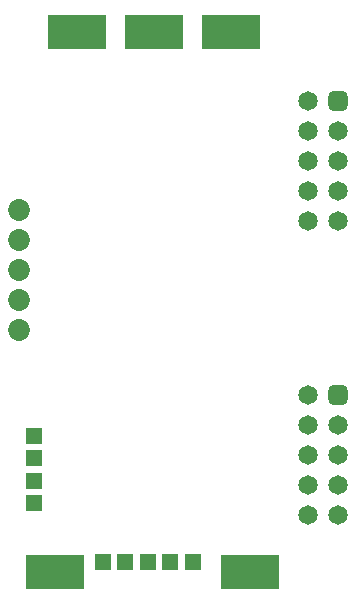
<source format=gts>
%TF.GenerationSoftware,KiCad,Pcbnew,8.0.6*%
%TF.CreationDate,2024-10-27T21:52:18+01:00*%
%TF.ProjectId,Motor_Driver_carrier_board,4d6f746f-725f-4447-9269-7665725f6361,rev?*%
%TF.SameCoordinates,Original*%
%TF.FileFunction,Soldermask,Top*%
%TF.FilePolarity,Negative*%
%FSLAX46Y46*%
G04 Gerber Fmt 4.6, Leading zero omitted, Abs format (unit mm)*
G04 Created by KiCad (PCBNEW 8.0.6) date 2024-10-27 21:52:18*
%MOMM*%
%LPD*%
G01*
G04 APERTURE LIST*
G04 Aperture macros list*
%AMRoundRect*
0 Rectangle with rounded corners*
0 $1 Rounding radius*
0 $2 $3 $4 $5 $6 $7 $8 $9 X,Y pos of 4 corners*
0 Add a 4 corners polygon primitive as box body*
4,1,4,$2,$3,$4,$5,$6,$7,$8,$9,$2,$3,0*
0 Add four circle primitives for the rounded corners*
1,1,$1+$1,$2,$3*
1,1,$1+$1,$4,$5*
1,1,$1+$1,$6,$7*
1,1,$1+$1,$8,$9*
0 Add four rect primitives between the rounded corners*
20,1,$1+$1,$2,$3,$4,$5,0*
20,1,$1+$1,$4,$5,$6,$7,0*
20,1,$1+$1,$6,$7,$8,$9,0*
20,1,$1+$1,$8,$9,$2,$3,0*%
G04 Aperture macros list end*
%ADD10R,5.000000X3.000000*%
%ADD11C,1.853200*%
%ADD12R,1.400000X1.400000*%
%ADD13RoundRect,0.412500X0.412500X-0.412500X0.412500X0.412500X-0.412500X0.412500X-0.412500X-0.412500X0*%
%ADD14C,1.650000*%
G04 APERTURE END LIST*
D10*
%TO.C,OUT1*%
X127675000Y-46950000D03*
%TD*%
D11*
%TO.C,J3*%
X122800000Y-62080000D03*
X122800000Y-64620000D03*
X122800000Y-67160000D03*
X122800000Y-69700000D03*
X122800000Y-72240000D03*
%TD*%
D12*
%TO.C,5V*%
X129875000Y-91875000D03*
%TD*%
%TO.C,GND*%
X137475000Y-91875000D03*
%TD*%
D10*
%TO.C,+24V*%
X142300000Y-92700000D03*
%TD*%
%TO.C,-24V*%
X125800000Y-92700000D03*
%TD*%
%TO.C,OUT3*%
X140675000Y-46950000D03*
%TD*%
%TO.C,OUT2*%
X134175000Y-46950000D03*
%TD*%
D12*
%TO.C,PWM*%
X135575000Y-91875000D03*
%TD*%
D13*
%TO.C,P2*%
X149800000Y-52790000D03*
D14*
X147260000Y-52790000D03*
X149800000Y-55330000D03*
X147260000Y-55330000D03*
X149800000Y-57870000D03*
X147260000Y-57870000D03*
X149800000Y-60410000D03*
X147260000Y-60410000D03*
X149800000Y-62950000D03*
X147260000Y-62950000D03*
D13*
X149800000Y-77690000D03*
D14*
X147260000Y-77690000D03*
X149800000Y-80230000D03*
X147260000Y-80230000D03*
X149800000Y-82770000D03*
X147260000Y-82770000D03*
X149800000Y-85310000D03*
X147260000Y-85310000D03*
X149800000Y-87850000D03*
X147260000Y-87850000D03*
%TD*%
D12*
%TO.C,SWDIO*%
X124000000Y-81175000D03*
%TD*%
%TO.C,TX*%
X131775000Y-91875000D03*
%TD*%
%TO.C,GND*%
X124000000Y-86875000D03*
%TD*%
%TO.C,SWCLK*%
X124000000Y-83075000D03*
%TD*%
%TO.C,+3.3V*%
X124000000Y-84975000D03*
%TD*%
%TO.C,RX*%
X133675000Y-91875000D03*
%TD*%
M02*

</source>
